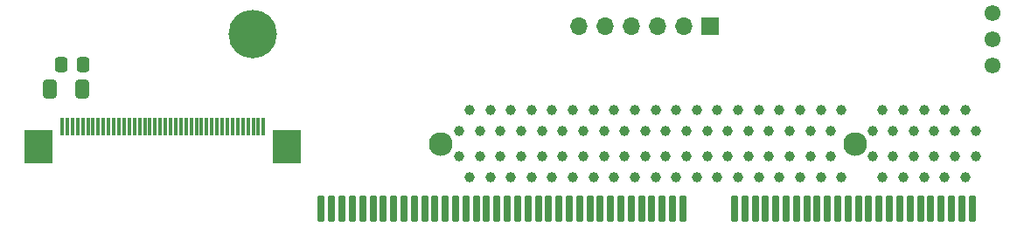
<source format=gbr>
%TF.GenerationSoftware,KiCad,Pcbnew,8.0.7*%
%TF.CreationDate,2025-04-01T17:38:45+03:00*%
%TF.ProjectId,RibbonRiser,52696262-6f6e-4526-9973-65722e6b6963,rev?*%
%TF.SameCoordinates,Original*%
%TF.FileFunction,Soldermask,Top*%
%TF.FilePolarity,Negative*%
%FSLAX46Y46*%
G04 Gerber Fmt 4.6, Leading zero omitted, Abs format (unit mm)*
G04 Created by KiCad (PCBNEW 8.0.7) date 2025-04-01 17:38:45*
%MOMM*%
%LPD*%
G01*
G04 APERTURE LIST*
G04 Aperture macros list*
%AMRoundRect*
0 Rectangle with rounded corners*
0 $1 Rounding radius*
0 $2 $3 $4 $5 $6 $7 $8 $9 X,Y pos of 4 corners*
0 Add a 4 corners polygon primitive as box body*
4,1,4,$2,$3,$4,$5,$6,$7,$8,$9,$2,$3,0*
0 Add four circle primitives for the rounded corners*
1,1,$1+$1,$2,$3*
1,1,$1+$1,$4,$5*
1,1,$1+$1,$6,$7*
1,1,$1+$1,$8,$9*
0 Add four rect primitives between the rounded corners*
20,1,$1+$1,$2,$3,$4,$5,0*
20,1,$1+$1,$4,$5,$6,$7,0*
20,1,$1+$1,$6,$7,$8,$9,0*
20,1,$1+$1,$8,$9,$2,$3,0*%
G04 Aperture macros list end*
%ADD10C,1.550013*%
%ADD11RoundRect,0.250000X0.337500X0.475000X-0.337500X0.475000X-0.337500X-0.475000X0.337500X-0.475000X0*%
%ADD12RoundRect,0.250000X0.412500X0.650000X-0.412500X0.650000X-0.412500X-0.650000X0.412500X-0.650000X0*%
%ADD13R,1.700000X1.700000*%
%ADD14O,1.700000X1.700000*%
%ADD15C,2.300000*%
%ADD16C,1.000000*%
%ADD17R,0.300000X1.800000*%
%ADD18R,2.800000X3.200000*%
%ADD19C,4.700000*%
%ADD20RoundRect,0.187500X0.187500X1.062500X-0.187500X1.062500X-0.187500X-1.062500X0.187500X-1.062500X0*%
G04 APERTURE END LIST*
D10*
%TO.C,3P_FAN1*%
X150100000Y-126840005D03*
X150100000Y-124300000D03*
X150100000Y-121759995D03*
%TD*%
D11*
%TO.C,C2*%
X62050000Y-126800000D03*
X59975000Y-126800000D03*
%TD*%
D12*
%TO.C,C1*%
X62000000Y-129150000D03*
X58875000Y-129150000D03*
%TD*%
D13*
%TO.C,AUX1*%
X122780000Y-123050000D03*
D14*
X120240000Y-123050000D03*
X117700000Y-123050000D03*
X115160000Y-123050000D03*
X112620000Y-123050000D03*
X110080000Y-123050000D03*
%TD*%
D15*
%TO.C,J1*%
X136850013Y-134449809D03*
X96699898Y-134449809D03*
D16*
X148500000Y-135700000D03*
X147500000Y-137700000D03*
X146500000Y-135700000D03*
X145500000Y-137700000D03*
X144500000Y-135700000D03*
X143500000Y-137700000D03*
X142500000Y-135700000D03*
X141500000Y-137700000D03*
X140500000Y-135700000D03*
X139500000Y-137700000D03*
X138500000Y-135700000D03*
X135500000Y-137700000D03*
X134500000Y-135700000D03*
X133500000Y-137700000D03*
X132500000Y-135700000D03*
X131500000Y-137700000D03*
X130500000Y-135700000D03*
X129500000Y-137700000D03*
X128500000Y-135700000D03*
X127500000Y-137700000D03*
X126500000Y-135700000D03*
X125500000Y-137700000D03*
X124500000Y-135700000D03*
X123500000Y-137700000D03*
X122500000Y-135700000D03*
X121500000Y-137700000D03*
X120500000Y-135700000D03*
X119500000Y-137700000D03*
X118500000Y-135700000D03*
X117500000Y-137700000D03*
X116500000Y-135700000D03*
X115500000Y-137700000D03*
X114500000Y-135700000D03*
X113500000Y-137700000D03*
X112500000Y-135700000D03*
X111500000Y-137700000D03*
X110500000Y-135700000D03*
X109500000Y-137700000D03*
X108500000Y-135700000D03*
X107500000Y-137700000D03*
X106500000Y-135700000D03*
X105500000Y-137700000D03*
X104500000Y-135700000D03*
X103500000Y-137700000D03*
X102500000Y-135700000D03*
X101500000Y-137700000D03*
X100500000Y-135700000D03*
X99500000Y-137700000D03*
X98500000Y-135700000D03*
X148500000Y-133199872D03*
X147500000Y-131199872D03*
X146500000Y-133199872D03*
X145500000Y-131199872D03*
X144500000Y-133199872D03*
X143500000Y-131199872D03*
X142500000Y-133199872D03*
X141499746Y-131199872D03*
X140500000Y-133199872D03*
X139499746Y-131199872D03*
X138500000Y-133199872D03*
X135499746Y-131199872D03*
X134500000Y-133199872D03*
X133499746Y-131199872D03*
X132500000Y-133199872D03*
X131499746Y-131199872D03*
X130500000Y-133199872D03*
X129499746Y-131199872D03*
X128500000Y-133199872D03*
X127499746Y-131199872D03*
X126500000Y-133199872D03*
X125499746Y-131199872D03*
X124500000Y-133199872D03*
X123499746Y-131199872D03*
X122500000Y-133199872D03*
X121499746Y-131199872D03*
X120500000Y-133199872D03*
X119499746Y-131199872D03*
X118500000Y-133199872D03*
X117499746Y-131199872D03*
X116500000Y-133199872D03*
X115499746Y-131199872D03*
X114500000Y-133199872D03*
X113499746Y-131199872D03*
X112500000Y-133199872D03*
X111499746Y-131199872D03*
X110500000Y-133199872D03*
X109499746Y-131199872D03*
X108500000Y-133199872D03*
X107499746Y-131199872D03*
X106500000Y-133199872D03*
X105499746Y-131199872D03*
X104499746Y-133199872D03*
X103499746Y-131199872D03*
X102499746Y-133199872D03*
X101499746Y-131199872D03*
X100500000Y-133199872D03*
X99499746Y-131199872D03*
X98499746Y-133199872D03*
%TD*%
D17*
%TO.C,U1*%
X79550064Y-132811519D03*
X79049936Y-132811519D03*
X78550064Y-132811519D03*
X78049936Y-132811519D03*
X77550064Y-132811519D03*
X77049936Y-132811519D03*
X76550064Y-132811519D03*
X76049936Y-132811519D03*
X75550064Y-132811519D03*
X75049936Y-132811519D03*
X74550064Y-132811519D03*
X74049936Y-132811519D03*
X73550064Y-132811519D03*
X73049936Y-132811519D03*
X72550064Y-132811519D03*
X72049936Y-132811519D03*
X71550064Y-132811519D03*
X71049936Y-132811519D03*
X70550064Y-132811519D03*
X70049936Y-132811519D03*
X69550064Y-132811519D03*
X69049936Y-132811519D03*
X68550064Y-132811519D03*
X68049936Y-132811519D03*
X67550064Y-132811519D03*
X67049936Y-132811519D03*
X66550064Y-132811519D03*
X66049936Y-132811519D03*
X65550064Y-132811519D03*
X65049936Y-132811519D03*
X64550064Y-132811519D03*
X64049936Y-132811519D03*
X63550064Y-132811519D03*
X63049936Y-132811519D03*
X62550064Y-132811519D03*
X62049936Y-132811519D03*
X61550064Y-132811519D03*
X61049936Y-132811519D03*
X60550064Y-132811519D03*
X60049936Y-132811519D03*
D18*
X57799975Y-134711443D03*
X81800025Y-134711443D03*
%TD*%
D19*
%TO.C,H1*%
X78500000Y-123800000D03*
%TD*%
D20*
%TO.C,J4*%
X85150000Y-140750000D03*
X86150000Y-140750000D03*
X87150000Y-140750000D03*
X88150000Y-140750000D03*
X89150000Y-140750000D03*
X90150000Y-140750000D03*
X91150000Y-140750000D03*
X92150000Y-140750000D03*
X93150000Y-140750000D03*
X94150000Y-140750000D03*
X95150000Y-140750000D03*
X96150000Y-140750000D03*
X97150000Y-140750000D03*
X98150000Y-140750000D03*
X99150000Y-140750000D03*
X100150000Y-140750000D03*
X101150000Y-140750000D03*
X102150000Y-140750000D03*
X103150000Y-140750000D03*
X104150000Y-140750000D03*
X105150000Y-140750000D03*
X106150000Y-140750000D03*
X107150000Y-140750000D03*
X108150000Y-140750000D03*
X109150000Y-140750000D03*
X110150000Y-140750000D03*
X111150000Y-140750000D03*
X112150000Y-140750000D03*
X113150000Y-140750000D03*
X114150000Y-140750000D03*
X115150000Y-140750000D03*
X116150000Y-140750000D03*
X117150000Y-140750000D03*
X118150000Y-140750000D03*
X119150000Y-140750000D03*
X120150000Y-140750000D03*
X125150000Y-140750000D03*
X126150000Y-140750000D03*
X127150000Y-140750000D03*
X128150000Y-140750000D03*
X129150000Y-140750000D03*
X130150000Y-140750000D03*
X131150000Y-140750000D03*
X132150000Y-140750000D03*
X133150000Y-140750000D03*
X134150000Y-140750000D03*
X135150000Y-140750000D03*
X136150000Y-140750000D03*
X137150000Y-140750000D03*
X138150000Y-140750000D03*
X139150000Y-140750000D03*
X140150000Y-140750000D03*
X141150000Y-140750000D03*
X142150000Y-140750000D03*
X143150000Y-140750000D03*
X144150000Y-140750000D03*
X145150000Y-140750000D03*
X146150000Y-140750000D03*
X147150000Y-140750000D03*
X148150000Y-140750000D03*
%TD*%
M02*

</source>
